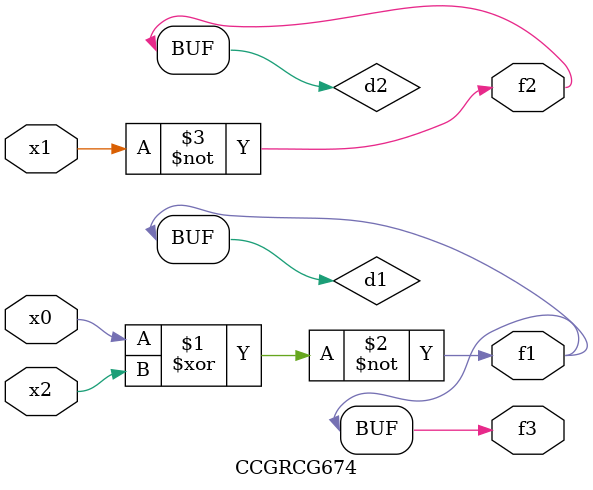
<source format=v>
module CCGRCG674(
	input x0, x1, x2,
	output f1, f2, f3
);

	wire d1, d2, d3;

	xnor (d1, x0, x2);
	nand (d2, x1);
	nor (d3, x1, x2);
	assign f1 = d1;
	assign f2 = d2;
	assign f3 = d1;
endmodule

</source>
